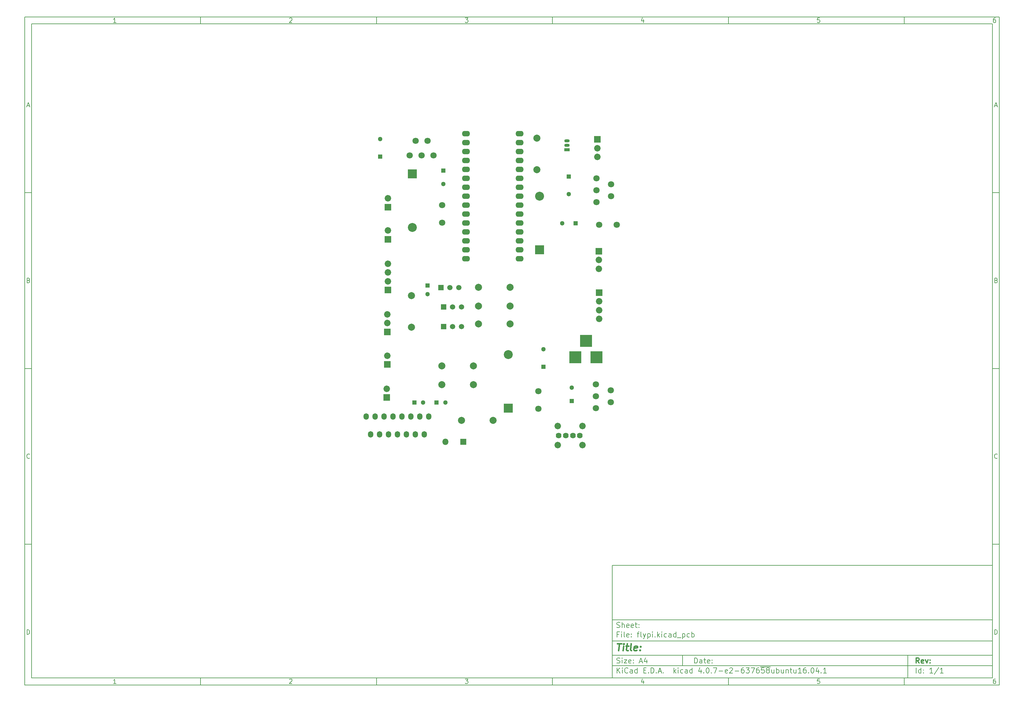
<source format=gbr>
G04 #@! TF.FileFunction,Soldermask,Top*
%FSLAX46Y46*%
G04 Gerber Fmt 4.6, Leading zero omitted, Abs format (unit mm)*
G04 Created by KiCad (PCBNEW 4.0.7-e2-6376~58~ubuntu16.04.1) date Sun Nov  5 22:34:49 2017*
%MOMM*%
%LPD*%
G01*
G04 APERTURE LIST*
%ADD10C,0.100000*%
%ADD11C,0.150000*%
%ADD12C,0.300000*%
%ADD13C,0.400000*%
%ADD14C,1.520000*%
%ADD15R,1.520000X1.520000*%
%ADD16O,2.300000X1.600000*%
%ADD17R,1.300000X1.300000*%
%ADD18C,1.300000*%
%ADD19R,3.500120X3.500120*%
%ADD20C,2.540000*%
%ADD21R,2.540000X2.540000*%
%ADD22C,1.800860*%
%ADD23C,1.800000*%
%ADD24O,1.524000X1.824000*%
%ADD25C,2.000000*%
%ADD26C,1.620000*%
%ADD27C,1.850000*%
%ADD28R,1.850000X1.850000*%
%ADD29O,1.500000X0.900000*%
%ADD30R,1.500000X0.900000*%
%ADD31R,1.800000X1.800000*%
%ADD32O,1.800000X1.800000*%
G04 APERTURE END LIST*
D10*
D11*
X177002200Y-166007200D02*
X177002200Y-198007200D01*
X285002200Y-198007200D01*
X285002200Y-166007200D01*
X177002200Y-166007200D01*
D10*
D11*
X10000000Y-10000000D02*
X10000000Y-200007200D01*
X287002200Y-200007200D01*
X287002200Y-10000000D01*
X10000000Y-10000000D01*
D10*
D11*
X12000000Y-12000000D02*
X12000000Y-198007200D01*
X285002200Y-198007200D01*
X285002200Y-12000000D01*
X12000000Y-12000000D01*
D10*
D11*
X60000000Y-12000000D02*
X60000000Y-10000000D01*
D10*
D11*
X110000000Y-12000000D02*
X110000000Y-10000000D01*
D10*
D11*
X160000000Y-12000000D02*
X160000000Y-10000000D01*
D10*
D11*
X210000000Y-12000000D02*
X210000000Y-10000000D01*
D10*
D11*
X260000000Y-12000000D02*
X260000000Y-10000000D01*
D10*
D11*
X35990476Y-11588095D02*
X35247619Y-11588095D01*
X35619048Y-11588095D02*
X35619048Y-10288095D01*
X35495238Y-10473810D01*
X35371429Y-10597619D01*
X35247619Y-10659524D01*
D10*
D11*
X85247619Y-10411905D02*
X85309524Y-10350000D01*
X85433333Y-10288095D01*
X85742857Y-10288095D01*
X85866667Y-10350000D01*
X85928571Y-10411905D01*
X85990476Y-10535714D01*
X85990476Y-10659524D01*
X85928571Y-10845238D01*
X85185714Y-11588095D01*
X85990476Y-11588095D01*
D10*
D11*
X135185714Y-10288095D02*
X135990476Y-10288095D01*
X135557143Y-10783333D01*
X135742857Y-10783333D01*
X135866667Y-10845238D01*
X135928571Y-10907143D01*
X135990476Y-11030952D01*
X135990476Y-11340476D01*
X135928571Y-11464286D01*
X135866667Y-11526190D01*
X135742857Y-11588095D01*
X135371429Y-11588095D01*
X135247619Y-11526190D01*
X135185714Y-11464286D01*
D10*
D11*
X185866667Y-10721429D02*
X185866667Y-11588095D01*
X185557143Y-10226190D02*
X185247619Y-11154762D01*
X186052381Y-11154762D01*
D10*
D11*
X235928571Y-10288095D02*
X235309524Y-10288095D01*
X235247619Y-10907143D01*
X235309524Y-10845238D01*
X235433333Y-10783333D01*
X235742857Y-10783333D01*
X235866667Y-10845238D01*
X235928571Y-10907143D01*
X235990476Y-11030952D01*
X235990476Y-11340476D01*
X235928571Y-11464286D01*
X235866667Y-11526190D01*
X235742857Y-11588095D01*
X235433333Y-11588095D01*
X235309524Y-11526190D01*
X235247619Y-11464286D01*
D10*
D11*
X285866667Y-10288095D02*
X285619048Y-10288095D01*
X285495238Y-10350000D01*
X285433333Y-10411905D01*
X285309524Y-10597619D01*
X285247619Y-10845238D01*
X285247619Y-11340476D01*
X285309524Y-11464286D01*
X285371429Y-11526190D01*
X285495238Y-11588095D01*
X285742857Y-11588095D01*
X285866667Y-11526190D01*
X285928571Y-11464286D01*
X285990476Y-11340476D01*
X285990476Y-11030952D01*
X285928571Y-10907143D01*
X285866667Y-10845238D01*
X285742857Y-10783333D01*
X285495238Y-10783333D01*
X285371429Y-10845238D01*
X285309524Y-10907143D01*
X285247619Y-11030952D01*
D10*
D11*
X60000000Y-198007200D02*
X60000000Y-200007200D01*
D10*
D11*
X110000000Y-198007200D02*
X110000000Y-200007200D01*
D10*
D11*
X160000000Y-198007200D02*
X160000000Y-200007200D01*
D10*
D11*
X210000000Y-198007200D02*
X210000000Y-200007200D01*
D10*
D11*
X260000000Y-198007200D02*
X260000000Y-200007200D01*
D10*
D11*
X35990476Y-199595295D02*
X35247619Y-199595295D01*
X35619048Y-199595295D02*
X35619048Y-198295295D01*
X35495238Y-198481010D01*
X35371429Y-198604819D01*
X35247619Y-198666724D01*
D10*
D11*
X85247619Y-198419105D02*
X85309524Y-198357200D01*
X85433333Y-198295295D01*
X85742857Y-198295295D01*
X85866667Y-198357200D01*
X85928571Y-198419105D01*
X85990476Y-198542914D01*
X85990476Y-198666724D01*
X85928571Y-198852438D01*
X85185714Y-199595295D01*
X85990476Y-199595295D01*
D10*
D11*
X135185714Y-198295295D02*
X135990476Y-198295295D01*
X135557143Y-198790533D01*
X135742857Y-198790533D01*
X135866667Y-198852438D01*
X135928571Y-198914343D01*
X135990476Y-199038152D01*
X135990476Y-199347676D01*
X135928571Y-199471486D01*
X135866667Y-199533390D01*
X135742857Y-199595295D01*
X135371429Y-199595295D01*
X135247619Y-199533390D01*
X135185714Y-199471486D01*
D10*
D11*
X185866667Y-198728629D02*
X185866667Y-199595295D01*
X185557143Y-198233390D02*
X185247619Y-199161962D01*
X186052381Y-199161962D01*
D10*
D11*
X235928571Y-198295295D02*
X235309524Y-198295295D01*
X235247619Y-198914343D01*
X235309524Y-198852438D01*
X235433333Y-198790533D01*
X235742857Y-198790533D01*
X235866667Y-198852438D01*
X235928571Y-198914343D01*
X235990476Y-199038152D01*
X235990476Y-199347676D01*
X235928571Y-199471486D01*
X235866667Y-199533390D01*
X235742857Y-199595295D01*
X235433333Y-199595295D01*
X235309524Y-199533390D01*
X235247619Y-199471486D01*
D10*
D11*
X285866667Y-198295295D02*
X285619048Y-198295295D01*
X285495238Y-198357200D01*
X285433333Y-198419105D01*
X285309524Y-198604819D01*
X285247619Y-198852438D01*
X285247619Y-199347676D01*
X285309524Y-199471486D01*
X285371429Y-199533390D01*
X285495238Y-199595295D01*
X285742857Y-199595295D01*
X285866667Y-199533390D01*
X285928571Y-199471486D01*
X285990476Y-199347676D01*
X285990476Y-199038152D01*
X285928571Y-198914343D01*
X285866667Y-198852438D01*
X285742857Y-198790533D01*
X285495238Y-198790533D01*
X285371429Y-198852438D01*
X285309524Y-198914343D01*
X285247619Y-199038152D01*
D10*
D11*
X10000000Y-60000000D02*
X12000000Y-60000000D01*
D10*
D11*
X10000000Y-110000000D02*
X12000000Y-110000000D01*
D10*
D11*
X10000000Y-160000000D02*
X12000000Y-160000000D01*
D10*
D11*
X10690476Y-35216667D02*
X11309524Y-35216667D01*
X10566667Y-35588095D02*
X11000000Y-34288095D01*
X11433333Y-35588095D01*
D10*
D11*
X11092857Y-84907143D02*
X11278571Y-84969048D01*
X11340476Y-85030952D01*
X11402381Y-85154762D01*
X11402381Y-85340476D01*
X11340476Y-85464286D01*
X11278571Y-85526190D01*
X11154762Y-85588095D01*
X10659524Y-85588095D01*
X10659524Y-84288095D01*
X11092857Y-84288095D01*
X11216667Y-84350000D01*
X11278571Y-84411905D01*
X11340476Y-84535714D01*
X11340476Y-84659524D01*
X11278571Y-84783333D01*
X11216667Y-84845238D01*
X11092857Y-84907143D01*
X10659524Y-84907143D01*
D10*
D11*
X11402381Y-135464286D02*
X11340476Y-135526190D01*
X11154762Y-135588095D01*
X11030952Y-135588095D01*
X10845238Y-135526190D01*
X10721429Y-135402381D01*
X10659524Y-135278571D01*
X10597619Y-135030952D01*
X10597619Y-134845238D01*
X10659524Y-134597619D01*
X10721429Y-134473810D01*
X10845238Y-134350000D01*
X11030952Y-134288095D01*
X11154762Y-134288095D01*
X11340476Y-134350000D01*
X11402381Y-134411905D01*
D10*
D11*
X10659524Y-185588095D02*
X10659524Y-184288095D01*
X10969048Y-184288095D01*
X11154762Y-184350000D01*
X11278571Y-184473810D01*
X11340476Y-184597619D01*
X11402381Y-184845238D01*
X11402381Y-185030952D01*
X11340476Y-185278571D01*
X11278571Y-185402381D01*
X11154762Y-185526190D01*
X10969048Y-185588095D01*
X10659524Y-185588095D01*
D10*
D11*
X287002200Y-60000000D02*
X285002200Y-60000000D01*
D10*
D11*
X287002200Y-110000000D02*
X285002200Y-110000000D01*
D10*
D11*
X287002200Y-160000000D02*
X285002200Y-160000000D01*
D10*
D11*
X285692676Y-35216667D02*
X286311724Y-35216667D01*
X285568867Y-35588095D02*
X286002200Y-34288095D01*
X286435533Y-35588095D01*
D10*
D11*
X286095057Y-84907143D02*
X286280771Y-84969048D01*
X286342676Y-85030952D01*
X286404581Y-85154762D01*
X286404581Y-85340476D01*
X286342676Y-85464286D01*
X286280771Y-85526190D01*
X286156962Y-85588095D01*
X285661724Y-85588095D01*
X285661724Y-84288095D01*
X286095057Y-84288095D01*
X286218867Y-84350000D01*
X286280771Y-84411905D01*
X286342676Y-84535714D01*
X286342676Y-84659524D01*
X286280771Y-84783333D01*
X286218867Y-84845238D01*
X286095057Y-84907143D01*
X285661724Y-84907143D01*
D10*
D11*
X286404581Y-135464286D02*
X286342676Y-135526190D01*
X286156962Y-135588095D01*
X286033152Y-135588095D01*
X285847438Y-135526190D01*
X285723629Y-135402381D01*
X285661724Y-135278571D01*
X285599819Y-135030952D01*
X285599819Y-134845238D01*
X285661724Y-134597619D01*
X285723629Y-134473810D01*
X285847438Y-134350000D01*
X286033152Y-134288095D01*
X286156962Y-134288095D01*
X286342676Y-134350000D01*
X286404581Y-134411905D01*
D10*
D11*
X285661724Y-185588095D02*
X285661724Y-184288095D01*
X285971248Y-184288095D01*
X286156962Y-184350000D01*
X286280771Y-184473810D01*
X286342676Y-184597619D01*
X286404581Y-184845238D01*
X286404581Y-185030952D01*
X286342676Y-185278571D01*
X286280771Y-185402381D01*
X286156962Y-185526190D01*
X285971248Y-185588095D01*
X285661724Y-185588095D01*
D10*
D11*
X200359343Y-193785771D02*
X200359343Y-192285771D01*
X200716486Y-192285771D01*
X200930771Y-192357200D01*
X201073629Y-192500057D01*
X201145057Y-192642914D01*
X201216486Y-192928629D01*
X201216486Y-193142914D01*
X201145057Y-193428629D01*
X201073629Y-193571486D01*
X200930771Y-193714343D01*
X200716486Y-193785771D01*
X200359343Y-193785771D01*
X202502200Y-193785771D02*
X202502200Y-193000057D01*
X202430771Y-192857200D01*
X202287914Y-192785771D01*
X202002200Y-192785771D01*
X201859343Y-192857200D01*
X202502200Y-193714343D02*
X202359343Y-193785771D01*
X202002200Y-193785771D01*
X201859343Y-193714343D01*
X201787914Y-193571486D01*
X201787914Y-193428629D01*
X201859343Y-193285771D01*
X202002200Y-193214343D01*
X202359343Y-193214343D01*
X202502200Y-193142914D01*
X203002200Y-192785771D02*
X203573629Y-192785771D01*
X203216486Y-192285771D02*
X203216486Y-193571486D01*
X203287914Y-193714343D01*
X203430772Y-193785771D01*
X203573629Y-193785771D01*
X204645057Y-193714343D02*
X204502200Y-193785771D01*
X204216486Y-193785771D01*
X204073629Y-193714343D01*
X204002200Y-193571486D01*
X204002200Y-193000057D01*
X204073629Y-192857200D01*
X204216486Y-192785771D01*
X204502200Y-192785771D01*
X204645057Y-192857200D01*
X204716486Y-193000057D01*
X204716486Y-193142914D01*
X204002200Y-193285771D01*
X205359343Y-193642914D02*
X205430771Y-193714343D01*
X205359343Y-193785771D01*
X205287914Y-193714343D01*
X205359343Y-193642914D01*
X205359343Y-193785771D01*
X205359343Y-192857200D02*
X205430771Y-192928629D01*
X205359343Y-193000057D01*
X205287914Y-192928629D01*
X205359343Y-192857200D01*
X205359343Y-193000057D01*
D10*
D11*
X177002200Y-194507200D02*
X285002200Y-194507200D01*
D10*
D11*
X178359343Y-196585771D02*
X178359343Y-195085771D01*
X179216486Y-196585771D02*
X178573629Y-195728629D01*
X179216486Y-195085771D02*
X178359343Y-195942914D01*
X179859343Y-196585771D02*
X179859343Y-195585771D01*
X179859343Y-195085771D02*
X179787914Y-195157200D01*
X179859343Y-195228629D01*
X179930771Y-195157200D01*
X179859343Y-195085771D01*
X179859343Y-195228629D01*
X181430772Y-196442914D02*
X181359343Y-196514343D01*
X181145057Y-196585771D01*
X181002200Y-196585771D01*
X180787915Y-196514343D01*
X180645057Y-196371486D01*
X180573629Y-196228629D01*
X180502200Y-195942914D01*
X180502200Y-195728629D01*
X180573629Y-195442914D01*
X180645057Y-195300057D01*
X180787915Y-195157200D01*
X181002200Y-195085771D01*
X181145057Y-195085771D01*
X181359343Y-195157200D01*
X181430772Y-195228629D01*
X182716486Y-196585771D02*
X182716486Y-195800057D01*
X182645057Y-195657200D01*
X182502200Y-195585771D01*
X182216486Y-195585771D01*
X182073629Y-195657200D01*
X182716486Y-196514343D02*
X182573629Y-196585771D01*
X182216486Y-196585771D01*
X182073629Y-196514343D01*
X182002200Y-196371486D01*
X182002200Y-196228629D01*
X182073629Y-196085771D01*
X182216486Y-196014343D01*
X182573629Y-196014343D01*
X182716486Y-195942914D01*
X184073629Y-196585771D02*
X184073629Y-195085771D01*
X184073629Y-196514343D02*
X183930772Y-196585771D01*
X183645058Y-196585771D01*
X183502200Y-196514343D01*
X183430772Y-196442914D01*
X183359343Y-196300057D01*
X183359343Y-195871486D01*
X183430772Y-195728629D01*
X183502200Y-195657200D01*
X183645058Y-195585771D01*
X183930772Y-195585771D01*
X184073629Y-195657200D01*
X185930772Y-195800057D02*
X186430772Y-195800057D01*
X186645058Y-196585771D02*
X185930772Y-196585771D01*
X185930772Y-195085771D01*
X186645058Y-195085771D01*
X187287915Y-196442914D02*
X187359343Y-196514343D01*
X187287915Y-196585771D01*
X187216486Y-196514343D01*
X187287915Y-196442914D01*
X187287915Y-196585771D01*
X188002201Y-196585771D02*
X188002201Y-195085771D01*
X188359344Y-195085771D01*
X188573629Y-195157200D01*
X188716487Y-195300057D01*
X188787915Y-195442914D01*
X188859344Y-195728629D01*
X188859344Y-195942914D01*
X188787915Y-196228629D01*
X188716487Y-196371486D01*
X188573629Y-196514343D01*
X188359344Y-196585771D01*
X188002201Y-196585771D01*
X189502201Y-196442914D02*
X189573629Y-196514343D01*
X189502201Y-196585771D01*
X189430772Y-196514343D01*
X189502201Y-196442914D01*
X189502201Y-196585771D01*
X190145058Y-196157200D02*
X190859344Y-196157200D01*
X190002201Y-196585771D02*
X190502201Y-195085771D01*
X191002201Y-196585771D01*
X191502201Y-196442914D02*
X191573629Y-196514343D01*
X191502201Y-196585771D01*
X191430772Y-196514343D01*
X191502201Y-196442914D01*
X191502201Y-196585771D01*
X194502201Y-196585771D02*
X194502201Y-195085771D01*
X194645058Y-196014343D02*
X195073629Y-196585771D01*
X195073629Y-195585771D02*
X194502201Y-196157200D01*
X195716487Y-196585771D02*
X195716487Y-195585771D01*
X195716487Y-195085771D02*
X195645058Y-195157200D01*
X195716487Y-195228629D01*
X195787915Y-195157200D01*
X195716487Y-195085771D01*
X195716487Y-195228629D01*
X197073630Y-196514343D02*
X196930773Y-196585771D01*
X196645059Y-196585771D01*
X196502201Y-196514343D01*
X196430773Y-196442914D01*
X196359344Y-196300057D01*
X196359344Y-195871486D01*
X196430773Y-195728629D01*
X196502201Y-195657200D01*
X196645059Y-195585771D01*
X196930773Y-195585771D01*
X197073630Y-195657200D01*
X198359344Y-196585771D02*
X198359344Y-195800057D01*
X198287915Y-195657200D01*
X198145058Y-195585771D01*
X197859344Y-195585771D01*
X197716487Y-195657200D01*
X198359344Y-196514343D02*
X198216487Y-196585771D01*
X197859344Y-196585771D01*
X197716487Y-196514343D01*
X197645058Y-196371486D01*
X197645058Y-196228629D01*
X197716487Y-196085771D01*
X197859344Y-196014343D01*
X198216487Y-196014343D01*
X198359344Y-195942914D01*
X199716487Y-196585771D02*
X199716487Y-195085771D01*
X199716487Y-196514343D02*
X199573630Y-196585771D01*
X199287916Y-196585771D01*
X199145058Y-196514343D01*
X199073630Y-196442914D01*
X199002201Y-196300057D01*
X199002201Y-195871486D01*
X199073630Y-195728629D01*
X199145058Y-195657200D01*
X199287916Y-195585771D01*
X199573630Y-195585771D01*
X199716487Y-195657200D01*
X202216487Y-195585771D02*
X202216487Y-196585771D01*
X201859344Y-195014343D02*
X201502201Y-196085771D01*
X202430773Y-196085771D01*
X203002201Y-196442914D02*
X203073629Y-196514343D01*
X203002201Y-196585771D01*
X202930772Y-196514343D01*
X203002201Y-196442914D01*
X203002201Y-196585771D01*
X204002201Y-195085771D02*
X204145058Y-195085771D01*
X204287915Y-195157200D01*
X204359344Y-195228629D01*
X204430773Y-195371486D01*
X204502201Y-195657200D01*
X204502201Y-196014343D01*
X204430773Y-196300057D01*
X204359344Y-196442914D01*
X204287915Y-196514343D01*
X204145058Y-196585771D01*
X204002201Y-196585771D01*
X203859344Y-196514343D01*
X203787915Y-196442914D01*
X203716487Y-196300057D01*
X203645058Y-196014343D01*
X203645058Y-195657200D01*
X203716487Y-195371486D01*
X203787915Y-195228629D01*
X203859344Y-195157200D01*
X204002201Y-195085771D01*
X205145058Y-196442914D02*
X205216486Y-196514343D01*
X205145058Y-196585771D01*
X205073629Y-196514343D01*
X205145058Y-196442914D01*
X205145058Y-196585771D01*
X205716487Y-195085771D02*
X206716487Y-195085771D01*
X206073630Y-196585771D01*
X207287915Y-196014343D02*
X208430772Y-196014343D01*
X209716486Y-196514343D02*
X209573629Y-196585771D01*
X209287915Y-196585771D01*
X209145058Y-196514343D01*
X209073629Y-196371486D01*
X209073629Y-195800057D01*
X209145058Y-195657200D01*
X209287915Y-195585771D01*
X209573629Y-195585771D01*
X209716486Y-195657200D01*
X209787915Y-195800057D01*
X209787915Y-195942914D01*
X209073629Y-196085771D01*
X210359343Y-195228629D02*
X210430772Y-195157200D01*
X210573629Y-195085771D01*
X210930772Y-195085771D01*
X211073629Y-195157200D01*
X211145058Y-195228629D01*
X211216486Y-195371486D01*
X211216486Y-195514343D01*
X211145058Y-195728629D01*
X210287915Y-196585771D01*
X211216486Y-196585771D01*
X211859343Y-196014343D02*
X213002200Y-196014343D01*
X214359343Y-195085771D02*
X214073629Y-195085771D01*
X213930772Y-195157200D01*
X213859343Y-195228629D01*
X213716486Y-195442914D01*
X213645057Y-195728629D01*
X213645057Y-196300057D01*
X213716486Y-196442914D01*
X213787914Y-196514343D01*
X213930772Y-196585771D01*
X214216486Y-196585771D01*
X214359343Y-196514343D01*
X214430772Y-196442914D01*
X214502200Y-196300057D01*
X214502200Y-195942914D01*
X214430772Y-195800057D01*
X214359343Y-195728629D01*
X214216486Y-195657200D01*
X213930772Y-195657200D01*
X213787914Y-195728629D01*
X213716486Y-195800057D01*
X213645057Y-195942914D01*
X215002200Y-195085771D02*
X215930771Y-195085771D01*
X215430771Y-195657200D01*
X215645057Y-195657200D01*
X215787914Y-195728629D01*
X215859343Y-195800057D01*
X215930771Y-195942914D01*
X215930771Y-196300057D01*
X215859343Y-196442914D01*
X215787914Y-196514343D01*
X215645057Y-196585771D01*
X215216485Y-196585771D01*
X215073628Y-196514343D01*
X215002200Y-196442914D01*
X216430771Y-195085771D02*
X217430771Y-195085771D01*
X216787914Y-196585771D01*
X218645056Y-195085771D02*
X218359342Y-195085771D01*
X218216485Y-195157200D01*
X218145056Y-195228629D01*
X218002199Y-195442914D01*
X217930770Y-195728629D01*
X217930770Y-196300057D01*
X218002199Y-196442914D01*
X218073627Y-196514343D01*
X218216485Y-196585771D01*
X218502199Y-196585771D01*
X218645056Y-196514343D01*
X218716485Y-196442914D01*
X218787913Y-196300057D01*
X218787913Y-195942914D01*
X218716485Y-195800057D01*
X218645056Y-195728629D01*
X218502199Y-195657200D01*
X218216485Y-195657200D01*
X218073627Y-195728629D01*
X218002199Y-195800057D01*
X217930770Y-195942914D01*
X220145056Y-195085771D02*
X219430770Y-195085771D01*
X219359341Y-195800057D01*
X219430770Y-195728629D01*
X219573627Y-195657200D01*
X219930770Y-195657200D01*
X220073627Y-195728629D01*
X220145056Y-195800057D01*
X220216484Y-195942914D01*
X220216484Y-196300057D01*
X220145056Y-196442914D01*
X220073627Y-196514343D01*
X219930770Y-196585771D01*
X219573627Y-196585771D01*
X219430770Y-196514343D01*
X219359341Y-196442914D01*
X221073627Y-195728629D02*
X220930769Y-195657200D01*
X220859341Y-195585771D01*
X220787912Y-195442914D01*
X220787912Y-195371486D01*
X220859341Y-195228629D01*
X220930769Y-195157200D01*
X221073627Y-195085771D01*
X221359341Y-195085771D01*
X221502198Y-195157200D01*
X221573627Y-195228629D01*
X221645055Y-195371486D01*
X221645055Y-195442914D01*
X221573627Y-195585771D01*
X221502198Y-195657200D01*
X221359341Y-195728629D01*
X221073627Y-195728629D01*
X220930769Y-195800057D01*
X220859341Y-195871486D01*
X220787912Y-196014343D01*
X220787912Y-196300057D01*
X220859341Y-196442914D01*
X220930769Y-196514343D01*
X221073627Y-196585771D01*
X221359341Y-196585771D01*
X221502198Y-196514343D01*
X221573627Y-196442914D01*
X221645055Y-196300057D01*
X221645055Y-196014343D01*
X221573627Y-195871486D01*
X221502198Y-195800057D01*
X221359341Y-195728629D01*
X219073627Y-194827200D02*
X221930769Y-194827200D01*
X222930769Y-195585771D02*
X222930769Y-196585771D01*
X222287912Y-195585771D02*
X222287912Y-196371486D01*
X222359340Y-196514343D01*
X222502198Y-196585771D01*
X222716483Y-196585771D01*
X222859340Y-196514343D01*
X222930769Y-196442914D01*
X223645055Y-196585771D02*
X223645055Y-195085771D01*
X223645055Y-195657200D02*
X223787912Y-195585771D01*
X224073626Y-195585771D01*
X224216483Y-195657200D01*
X224287912Y-195728629D01*
X224359341Y-195871486D01*
X224359341Y-196300057D01*
X224287912Y-196442914D01*
X224216483Y-196514343D01*
X224073626Y-196585771D01*
X223787912Y-196585771D01*
X223645055Y-196514343D01*
X225645055Y-195585771D02*
X225645055Y-196585771D01*
X225002198Y-195585771D02*
X225002198Y-196371486D01*
X225073626Y-196514343D01*
X225216484Y-196585771D01*
X225430769Y-196585771D01*
X225573626Y-196514343D01*
X225645055Y-196442914D01*
X226359341Y-195585771D02*
X226359341Y-196585771D01*
X226359341Y-195728629D02*
X226430769Y-195657200D01*
X226573627Y-195585771D01*
X226787912Y-195585771D01*
X226930769Y-195657200D01*
X227002198Y-195800057D01*
X227002198Y-196585771D01*
X227502198Y-195585771D02*
X228073627Y-195585771D01*
X227716484Y-195085771D02*
X227716484Y-196371486D01*
X227787912Y-196514343D01*
X227930770Y-196585771D01*
X228073627Y-196585771D01*
X229216484Y-195585771D02*
X229216484Y-196585771D01*
X228573627Y-195585771D02*
X228573627Y-196371486D01*
X228645055Y-196514343D01*
X228787913Y-196585771D01*
X229002198Y-196585771D01*
X229145055Y-196514343D01*
X229216484Y-196442914D01*
X230716484Y-196585771D02*
X229859341Y-196585771D01*
X230287913Y-196585771D02*
X230287913Y-195085771D01*
X230145056Y-195300057D01*
X230002198Y-195442914D01*
X229859341Y-195514343D01*
X232002198Y-195085771D02*
X231716484Y-195085771D01*
X231573627Y-195157200D01*
X231502198Y-195228629D01*
X231359341Y-195442914D01*
X231287912Y-195728629D01*
X231287912Y-196300057D01*
X231359341Y-196442914D01*
X231430769Y-196514343D01*
X231573627Y-196585771D01*
X231859341Y-196585771D01*
X232002198Y-196514343D01*
X232073627Y-196442914D01*
X232145055Y-196300057D01*
X232145055Y-195942914D01*
X232073627Y-195800057D01*
X232002198Y-195728629D01*
X231859341Y-195657200D01*
X231573627Y-195657200D01*
X231430769Y-195728629D01*
X231359341Y-195800057D01*
X231287912Y-195942914D01*
X232787912Y-196442914D02*
X232859340Y-196514343D01*
X232787912Y-196585771D01*
X232716483Y-196514343D01*
X232787912Y-196442914D01*
X232787912Y-196585771D01*
X233787912Y-195085771D02*
X233930769Y-195085771D01*
X234073626Y-195157200D01*
X234145055Y-195228629D01*
X234216484Y-195371486D01*
X234287912Y-195657200D01*
X234287912Y-196014343D01*
X234216484Y-196300057D01*
X234145055Y-196442914D01*
X234073626Y-196514343D01*
X233930769Y-196585771D01*
X233787912Y-196585771D01*
X233645055Y-196514343D01*
X233573626Y-196442914D01*
X233502198Y-196300057D01*
X233430769Y-196014343D01*
X233430769Y-195657200D01*
X233502198Y-195371486D01*
X233573626Y-195228629D01*
X233645055Y-195157200D01*
X233787912Y-195085771D01*
X235573626Y-195585771D02*
X235573626Y-196585771D01*
X235216483Y-195014343D02*
X234859340Y-196085771D01*
X235787912Y-196085771D01*
X236359340Y-196442914D02*
X236430768Y-196514343D01*
X236359340Y-196585771D01*
X236287911Y-196514343D01*
X236359340Y-196442914D01*
X236359340Y-196585771D01*
X237859340Y-196585771D02*
X237002197Y-196585771D01*
X237430769Y-196585771D02*
X237430769Y-195085771D01*
X237287912Y-195300057D01*
X237145054Y-195442914D01*
X237002197Y-195514343D01*
D10*
D11*
X177002200Y-191507200D02*
X285002200Y-191507200D01*
D10*
D12*
X264216486Y-193785771D02*
X263716486Y-193071486D01*
X263359343Y-193785771D02*
X263359343Y-192285771D01*
X263930771Y-192285771D01*
X264073629Y-192357200D01*
X264145057Y-192428629D01*
X264216486Y-192571486D01*
X264216486Y-192785771D01*
X264145057Y-192928629D01*
X264073629Y-193000057D01*
X263930771Y-193071486D01*
X263359343Y-193071486D01*
X265430771Y-193714343D02*
X265287914Y-193785771D01*
X265002200Y-193785771D01*
X264859343Y-193714343D01*
X264787914Y-193571486D01*
X264787914Y-193000057D01*
X264859343Y-192857200D01*
X265002200Y-192785771D01*
X265287914Y-192785771D01*
X265430771Y-192857200D01*
X265502200Y-193000057D01*
X265502200Y-193142914D01*
X264787914Y-193285771D01*
X266002200Y-192785771D02*
X266359343Y-193785771D01*
X266716485Y-192785771D01*
X267287914Y-193642914D02*
X267359342Y-193714343D01*
X267287914Y-193785771D01*
X267216485Y-193714343D01*
X267287914Y-193642914D01*
X267287914Y-193785771D01*
X267287914Y-192857200D02*
X267359342Y-192928629D01*
X267287914Y-193000057D01*
X267216485Y-192928629D01*
X267287914Y-192857200D01*
X267287914Y-193000057D01*
D10*
D11*
X178287914Y-193714343D02*
X178502200Y-193785771D01*
X178859343Y-193785771D01*
X179002200Y-193714343D01*
X179073629Y-193642914D01*
X179145057Y-193500057D01*
X179145057Y-193357200D01*
X179073629Y-193214343D01*
X179002200Y-193142914D01*
X178859343Y-193071486D01*
X178573629Y-193000057D01*
X178430771Y-192928629D01*
X178359343Y-192857200D01*
X178287914Y-192714343D01*
X178287914Y-192571486D01*
X178359343Y-192428629D01*
X178430771Y-192357200D01*
X178573629Y-192285771D01*
X178930771Y-192285771D01*
X179145057Y-192357200D01*
X179787914Y-193785771D02*
X179787914Y-192785771D01*
X179787914Y-192285771D02*
X179716485Y-192357200D01*
X179787914Y-192428629D01*
X179859342Y-192357200D01*
X179787914Y-192285771D01*
X179787914Y-192428629D01*
X180359343Y-192785771D02*
X181145057Y-192785771D01*
X180359343Y-193785771D01*
X181145057Y-193785771D01*
X182287914Y-193714343D02*
X182145057Y-193785771D01*
X181859343Y-193785771D01*
X181716486Y-193714343D01*
X181645057Y-193571486D01*
X181645057Y-193000057D01*
X181716486Y-192857200D01*
X181859343Y-192785771D01*
X182145057Y-192785771D01*
X182287914Y-192857200D01*
X182359343Y-193000057D01*
X182359343Y-193142914D01*
X181645057Y-193285771D01*
X183002200Y-193642914D02*
X183073628Y-193714343D01*
X183002200Y-193785771D01*
X182930771Y-193714343D01*
X183002200Y-193642914D01*
X183002200Y-193785771D01*
X183002200Y-192857200D02*
X183073628Y-192928629D01*
X183002200Y-193000057D01*
X182930771Y-192928629D01*
X183002200Y-192857200D01*
X183002200Y-193000057D01*
X184787914Y-193357200D02*
X185502200Y-193357200D01*
X184645057Y-193785771D02*
X185145057Y-192285771D01*
X185645057Y-193785771D01*
X186787914Y-192785771D02*
X186787914Y-193785771D01*
X186430771Y-192214343D02*
X186073628Y-193285771D01*
X187002200Y-193285771D01*
D10*
D11*
X263359343Y-196585771D02*
X263359343Y-195085771D01*
X264716486Y-196585771D02*
X264716486Y-195085771D01*
X264716486Y-196514343D02*
X264573629Y-196585771D01*
X264287915Y-196585771D01*
X264145057Y-196514343D01*
X264073629Y-196442914D01*
X264002200Y-196300057D01*
X264002200Y-195871486D01*
X264073629Y-195728629D01*
X264145057Y-195657200D01*
X264287915Y-195585771D01*
X264573629Y-195585771D01*
X264716486Y-195657200D01*
X265430772Y-196442914D02*
X265502200Y-196514343D01*
X265430772Y-196585771D01*
X265359343Y-196514343D01*
X265430772Y-196442914D01*
X265430772Y-196585771D01*
X265430772Y-195657200D02*
X265502200Y-195728629D01*
X265430772Y-195800057D01*
X265359343Y-195728629D01*
X265430772Y-195657200D01*
X265430772Y-195800057D01*
X268073629Y-196585771D02*
X267216486Y-196585771D01*
X267645058Y-196585771D02*
X267645058Y-195085771D01*
X267502201Y-195300057D01*
X267359343Y-195442914D01*
X267216486Y-195514343D01*
X269787914Y-195014343D02*
X268502200Y-196942914D01*
X271073629Y-196585771D02*
X270216486Y-196585771D01*
X270645058Y-196585771D02*
X270645058Y-195085771D01*
X270502201Y-195300057D01*
X270359343Y-195442914D01*
X270216486Y-195514343D01*
D10*
D11*
X177002200Y-187507200D02*
X285002200Y-187507200D01*
D10*
D13*
X178454581Y-188211962D02*
X179597438Y-188211962D01*
X178776010Y-190211962D02*
X179026010Y-188211962D01*
X180014105Y-190211962D02*
X180180771Y-188878629D01*
X180264105Y-188211962D02*
X180156962Y-188307200D01*
X180240295Y-188402438D01*
X180347439Y-188307200D01*
X180264105Y-188211962D01*
X180240295Y-188402438D01*
X180847438Y-188878629D02*
X181609343Y-188878629D01*
X181216486Y-188211962D02*
X181002200Y-189926248D01*
X181073630Y-190116724D01*
X181252201Y-190211962D01*
X181442677Y-190211962D01*
X182395058Y-190211962D02*
X182216487Y-190116724D01*
X182145057Y-189926248D01*
X182359343Y-188211962D01*
X183930772Y-190116724D02*
X183728391Y-190211962D01*
X183347439Y-190211962D01*
X183168867Y-190116724D01*
X183097438Y-189926248D01*
X183192676Y-189164343D01*
X183311724Y-188973867D01*
X183514105Y-188878629D01*
X183895057Y-188878629D01*
X184073629Y-188973867D01*
X184145057Y-189164343D01*
X184121248Y-189354819D01*
X183145057Y-189545295D01*
X184895057Y-190021486D02*
X184978392Y-190116724D01*
X184871248Y-190211962D01*
X184787915Y-190116724D01*
X184895057Y-190021486D01*
X184871248Y-190211962D01*
X185026010Y-188973867D02*
X185109344Y-189069105D01*
X185002200Y-189164343D01*
X184918867Y-189069105D01*
X185026010Y-188973867D01*
X185002200Y-189164343D01*
D10*
D11*
X178859343Y-185600057D02*
X178359343Y-185600057D01*
X178359343Y-186385771D02*
X178359343Y-184885771D01*
X179073629Y-184885771D01*
X179645057Y-186385771D02*
X179645057Y-185385771D01*
X179645057Y-184885771D02*
X179573628Y-184957200D01*
X179645057Y-185028629D01*
X179716485Y-184957200D01*
X179645057Y-184885771D01*
X179645057Y-185028629D01*
X180573629Y-186385771D02*
X180430771Y-186314343D01*
X180359343Y-186171486D01*
X180359343Y-184885771D01*
X181716485Y-186314343D02*
X181573628Y-186385771D01*
X181287914Y-186385771D01*
X181145057Y-186314343D01*
X181073628Y-186171486D01*
X181073628Y-185600057D01*
X181145057Y-185457200D01*
X181287914Y-185385771D01*
X181573628Y-185385771D01*
X181716485Y-185457200D01*
X181787914Y-185600057D01*
X181787914Y-185742914D01*
X181073628Y-185885771D01*
X182430771Y-186242914D02*
X182502199Y-186314343D01*
X182430771Y-186385771D01*
X182359342Y-186314343D01*
X182430771Y-186242914D01*
X182430771Y-186385771D01*
X182430771Y-185457200D02*
X182502199Y-185528629D01*
X182430771Y-185600057D01*
X182359342Y-185528629D01*
X182430771Y-185457200D01*
X182430771Y-185600057D01*
X184073628Y-185385771D02*
X184645057Y-185385771D01*
X184287914Y-186385771D02*
X184287914Y-185100057D01*
X184359342Y-184957200D01*
X184502200Y-184885771D01*
X184645057Y-184885771D01*
X185359343Y-186385771D02*
X185216485Y-186314343D01*
X185145057Y-186171486D01*
X185145057Y-184885771D01*
X185787914Y-185385771D02*
X186145057Y-186385771D01*
X186502199Y-185385771D02*
X186145057Y-186385771D01*
X186002199Y-186742914D01*
X185930771Y-186814343D01*
X185787914Y-186885771D01*
X187073628Y-185385771D02*
X187073628Y-186885771D01*
X187073628Y-185457200D02*
X187216485Y-185385771D01*
X187502199Y-185385771D01*
X187645056Y-185457200D01*
X187716485Y-185528629D01*
X187787914Y-185671486D01*
X187787914Y-186100057D01*
X187716485Y-186242914D01*
X187645056Y-186314343D01*
X187502199Y-186385771D01*
X187216485Y-186385771D01*
X187073628Y-186314343D01*
X188430771Y-186385771D02*
X188430771Y-185385771D01*
X188430771Y-184885771D02*
X188359342Y-184957200D01*
X188430771Y-185028629D01*
X188502199Y-184957200D01*
X188430771Y-184885771D01*
X188430771Y-185028629D01*
X189145057Y-186242914D02*
X189216485Y-186314343D01*
X189145057Y-186385771D01*
X189073628Y-186314343D01*
X189145057Y-186242914D01*
X189145057Y-186385771D01*
X189859343Y-186385771D02*
X189859343Y-184885771D01*
X190002200Y-185814343D02*
X190430771Y-186385771D01*
X190430771Y-185385771D02*
X189859343Y-185957200D01*
X191073629Y-186385771D02*
X191073629Y-185385771D01*
X191073629Y-184885771D02*
X191002200Y-184957200D01*
X191073629Y-185028629D01*
X191145057Y-184957200D01*
X191073629Y-184885771D01*
X191073629Y-185028629D01*
X192430772Y-186314343D02*
X192287915Y-186385771D01*
X192002201Y-186385771D01*
X191859343Y-186314343D01*
X191787915Y-186242914D01*
X191716486Y-186100057D01*
X191716486Y-185671486D01*
X191787915Y-185528629D01*
X191859343Y-185457200D01*
X192002201Y-185385771D01*
X192287915Y-185385771D01*
X192430772Y-185457200D01*
X193716486Y-186385771D02*
X193716486Y-185600057D01*
X193645057Y-185457200D01*
X193502200Y-185385771D01*
X193216486Y-185385771D01*
X193073629Y-185457200D01*
X193716486Y-186314343D02*
X193573629Y-186385771D01*
X193216486Y-186385771D01*
X193073629Y-186314343D01*
X193002200Y-186171486D01*
X193002200Y-186028629D01*
X193073629Y-185885771D01*
X193216486Y-185814343D01*
X193573629Y-185814343D01*
X193716486Y-185742914D01*
X195073629Y-186385771D02*
X195073629Y-184885771D01*
X195073629Y-186314343D02*
X194930772Y-186385771D01*
X194645058Y-186385771D01*
X194502200Y-186314343D01*
X194430772Y-186242914D01*
X194359343Y-186100057D01*
X194359343Y-185671486D01*
X194430772Y-185528629D01*
X194502200Y-185457200D01*
X194645058Y-185385771D01*
X194930772Y-185385771D01*
X195073629Y-185457200D01*
X195430772Y-186528629D02*
X196573629Y-186528629D01*
X196930772Y-185385771D02*
X196930772Y-186885771D01*
X196930772Y-185457200D02*
X197073629Y-185385771D01*
X197359343Y-185385771D01*
X197502200Y-185457200D01*
X197573629Y-185528629D01*
X197645058Y-185671486D01*
X197645058Y-186100057D01*
X197573629Y-186242914D01*
X197502200Y-186314343D01*
X197359343Y-186385771D01*
X197073629Y-186385771D01*
X196930772Y-186314343D01*
X198930772Y-186314343D02*
X198787915Y-186385771D01*
X198502201Y-186385771D01*
X198359343Y-186314343D01*
X198287915Y-186242914D01*
X198216486Y-186100057D01*
X198216486Y-185671486D01*
X198287915Y-185528629D01*
X198359343Y-185457200D01*
X198502201Y-185385771D01*
X198787915Y-185385771D01*
X198930772Y-185457200D01*
X199573629Y-186385771D02*
X199573629Y-184885771D01*
X199573629Y-185457200D02*
X199716486Y-185385771D01*
X200002200Y-185385771D01*
X200145057Y-185457200D01*
X200216486Y-185528629D01*
X200287915Y-185671486D01*
X200287915Y-186100057D01*
X200216486Y-186242914D01*
X200145057Y-186314343D01*
X200002200Y-186385771D01*
X199716486Y-186385771D01*
X199573629Y-186314343D01*
D10*
D11*
X177002200Y-181507200D02*
X285002200Y-181507200D01*
D10*
D11*
X178287914Y-183614343D02*
X178502200Y-183685771D01*
X178859343Y-183685771D01*
X179002200Y-183614343D01*
X179073629Y-183542914D01*
X179145057Y-183400057D01*
X179145057Y-183257200D01*
X179073629Y-183114343D01*
X179002200Y-183042914D01*
X178859343Y-182971486D01*
X178573629Y-182900057D01*
X178430771Y-182828629D01*
X178359343Y-182757200D01*
X178287914Y-182614343D01*
X178287914Y-182471486D01*
X178359343Y-182328629D01*
X178430771Y-182257200D01*
X178573629Y-182185771D01*
X178930771Y-182185771D01*
X179145057Y-182257200D01*
X179787914Y-183685771D02*
X179787914Y-182185771D01*
X180430771Y-183685771D02*
X180430771Y-182900057D01*
X180359342Y-182757200D01*
X180216485Y-182685771D01*
X180002200Y-182685771D01*
X179859342Y-182757200D01*
X179787914Y-182828629D01*
X181716485Y-183614343D02*
X181573628Y-183685771D01*
X181287914Y-183685771D01*
X181145057Y-183614343D01*
X181073628Y-183471486D01*
X181073628Y-182900057D01*
X181145057Y-182757200D01*
X181287914Y-182685771D01*
X181573628Y-182685771D01*
X181716485Y-182757200D01*
X181787914Y-182900057D01*
X181787914Y-183042914D01*
X181073628Y-183185771D01*
X183002199Y-183614343D02*
X182859342Y-183685771D01*
X182573628Y-183685771D01*
X182430771Y-183614343D01*
X182359342Y-183471486D01*
X182359342Y-182900057D01*
X182430771Y-182757200D01*
X182573628Y-182685771D01*
X182859342Y-182685771D01*
X183002199Y-182757200D01*
X183073628Y-182900057D01*
X183073628Y-183042914D01*
X182359342Y-183185771D01*
X183502199Y-182685771D02*
X184073628Y-182685771D01*
X183716485Y-182185771D02*
X183716485Y-183471486D01*
X183787913Y-183614343D01*
X183930771Y-183685771D01*
X184073628Y-183685771D01*
X184573628Y-183542914D02*
X184645056Y-183614343D01*
X184573628Y-183685771D01*
X184502199Y-183614343D01*
X184573628Y-183542914D01*
X184573628Y-183685771D01*
X184573628Y-182757200D02*
X184645056Y-182828629D01*
X184573628Y-182900057D01*
X184502199Y-182828629D01*
X184573628Y-182757200D01*
X184573628Y-182900057D01*
D10*
D11*
X197002200Y-191507200D02*
X197002200Y-194507200D01*
D10*
D11*
X261002200Y-191507200D02*
X261002200Y-198007200D01*
D14*
X130810000Y-86995000D03*
X133350000Y-86995000D03*
D15*
X128270000Y-86995000D03*
D16*
X135382000Y-43180000D03*
X135382000Y-45720000D03*
X135382000Y-48260000D03*
X135382000Y-50800000D03*
X135382000Y-53340000D03*
X135382000Y-55880000D03*
X135382000Y-58420000D03*
X135382000Y-60960000D03*
X135382000Y-63500000D03*
X135382000Y-66040000D03*
X135382000Y-68580000D03*
X135382000Y-71120000D03*
X135382000Y-73660000D03*
X135382000Y-76200000D03*
X135382000Y-78740000D03*
X150622000Y-78740000D03*
X150622000Y-76200000D03*
X150622000Y-73660000D03*
X150622000Y-71120000D03*
X150622000Y-68580000D03*
X150622000Y-66040000D03*
X150622000Y-63500000D03*
X150622000Y-60960000D03*
X150622000Y-58420000D03*
X150622000Y-55880000D03*
X150622000Y-53340000D03*
X150622000Y-50800000D03*
X150622000Y-48260000D03*
X150622000Y-45720000D03*
X150622000Y-43180000D03*
D17*
X164590000Y-55370000D03*
D18*
X164590000Y-60370000D03*
D17*
X111020000Y-49760000D03*
D18*
X111020000Y-44760000D03*
D17*
X157440000Y-109520000D03*
D18*
X157440000Y-104520000D03*
D17*
X129010000Y-53680000D03*
D18*
X129010000Y-57480000D03*
D17*
X166600000Y-68720000D03*
D18*
X162800000Y-68720000D03*
D17*
X165440000Y-119210000D03*
D18*
X165440000Y-115410000D03*
D17*
X120730000Y-119660000D03*
D18*
X123230000Y-119660000D03*
D17*
X124460000Y-86360000D03*
D18*
X124460000Y-88860000D03*
D17*
X127040000Y-119660000D03*
D18*
X129540000Y-119660000D03*
D19*
X166519860Y-106810000D03*
X172519340Y-106810000D03*
X169519600Y-102111000D03*
D20*
X147397040Y-106018780D03*
D21*
X147397040Y-121258780D03*
D20*
X120142960Y-69851220D03*
D21*
X120142960Y-54611220D03*
D20*
X156287040Y-60958780D03*
D21*
X156287040Y-76198780D03*
D22*
X178259360Y-69080000D03*
X173260640Y-69080000D03*
X156020000Y-116450640D03*
X156020000Y-121449360D03*
X128650000Y-68539360D03*
X128650000Y-63540640D03*
D23*
X172330000Y-117860000D03*
X172330000Y-121260000D03*
X172330000Y-114460000D03*
X176530000Y-116160000D03*
X176530000Y-119560000D03*
X172460000Y-59310000D03*
X172460000Y-62710000D03*
X172460000Y-55910000D03*
X176660000Y-57610000D03*
X176660000Y-61010000D03*
X122810000Y-49410000D03*
X126210000Y-49410000D03*
X119410000Y-49410000D03*
X121110000Y-45210000D03*
X124510000Y-45210000D03*
D24*
X124820000Y-123660000D03*
X123550000Y-128740000D03*
X122280000Y-123660000D03*
X121010000Y-128740000D03*
X119740000Y-123660000D03*
X118470000Y-128740000D03*
X117200000Y-123660000D03*
X115930000Y-128740000D03*
X114660000Y-123660000D03*
X113390000Y-128740000D03*
X112120000Y-123660000D03*
X110850000Y-128740000D03*
X109580000Y-123660000D03*
X108310000Y-128740000D03*
X107040000Y-123660000D03*
D25*
X119890000Y-89280000D03*
X119890000Y-98280000D03*
D26*
X167770000Y-129030000D03*
X165770000Y-129030000D03*
X163770000Y-129030000D03*
D27*
X168500000Y-131750000D03*
D26*
X161770000Y-129030000D03*
D27*
X161500000Y-131750000D03*
X168500000Y-126310000D03*
X161500000Y-126310000D03*
D28*
X112900000Y-118240000D03*
D27*
X112900000Y-115740000D03*
D28*
X113030000Y-108840000D03*
D27*
X113030000Y-106340000D03*
D28*
X113050000Y-99580000D03*
D27*
X113050000Y-97080000D03*
X113050000Y-94580000D03*
D28*
X113270000Y-64090000D03*
D27*
X113270000Y-61590000D03*
D28*
X113260000Y-73250000D03*
D27*
X113260000Y-70750000D03*
D28*
X172720000Y-44830000D03*
D27*
X172720000Y-47330000D03*
X172720000Y-49830000D03*
D28*
X173200000Y-76620000D03*
D27*
X173200000Y-79120000D03*
X173200000Y-81620000D03*
D28*
X173230000Y-88390000D03*
D27*
X173230000Y-90890000D03*
X173230000Y-93390000D03*
X173230000Y-95890000D03*
D28*
X113210000Y-87680000D03*
D27*
X113210000Y-85180000D03*
X113210000Y-82680000D03*
X113210000Y-80180000D03*
D29*
X164084000Y-46482000D03*
X164084000Y-45212000D03*
D30*
X164084000Y-47752000D03*
D31*
X134610000Y-130840000D03*
D32*
X129530000Y-130840000D03*
D25*
X138938000Y-86868000D03*
X147938000Y-86868000D03*
X138938000Y-97282000D03*
X147938000Y-97282000D03*
X138938000Y-92202000D03*
X147938000Y-92202000D03*
X155580000Y-44450000D03*
X155580000Y-53450000D03*
X134112000Y-124714000D03*
X143112000Y-124714000D03*
X128524000Y-114554000D03*
X137524000Y-114554000D03*
X128524000Y-109220000D03*
X137524000Y-109220000D03*
D14*
X131572000Y-92456000D03*
X134112000Y-92456000D03*
D15*
X129032000Y-92456000D03*
D14*
X131572000Y-98044000D03*
X134112000Y-98044000D03*
D15*
X129032000Y-98044000D03*
M02*

</source>
